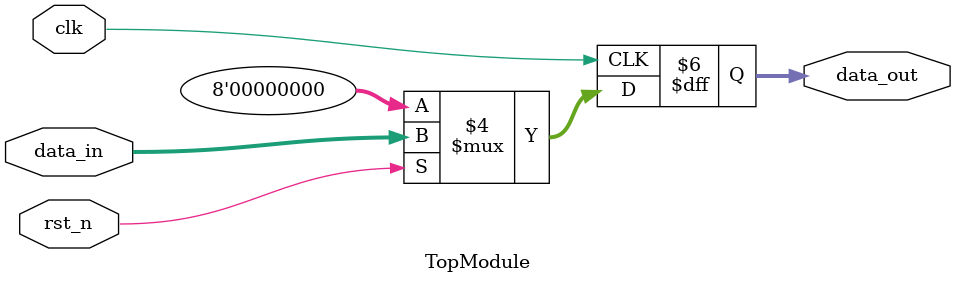
<source format=sv>
module TopModule (
    input logic clk,
    input logic rst_n,
    input logic [7:0] data_in,
    output logic [7:0] data_out
);

    always @(posedge clk) begin
        if (!rst_n) begin
            data_out <= 8'b00000000; // Initialize to zero on reset
        end else begin
            data_out <= data_in; // Pass-through logic
        end
    end

endmodule
</source>
